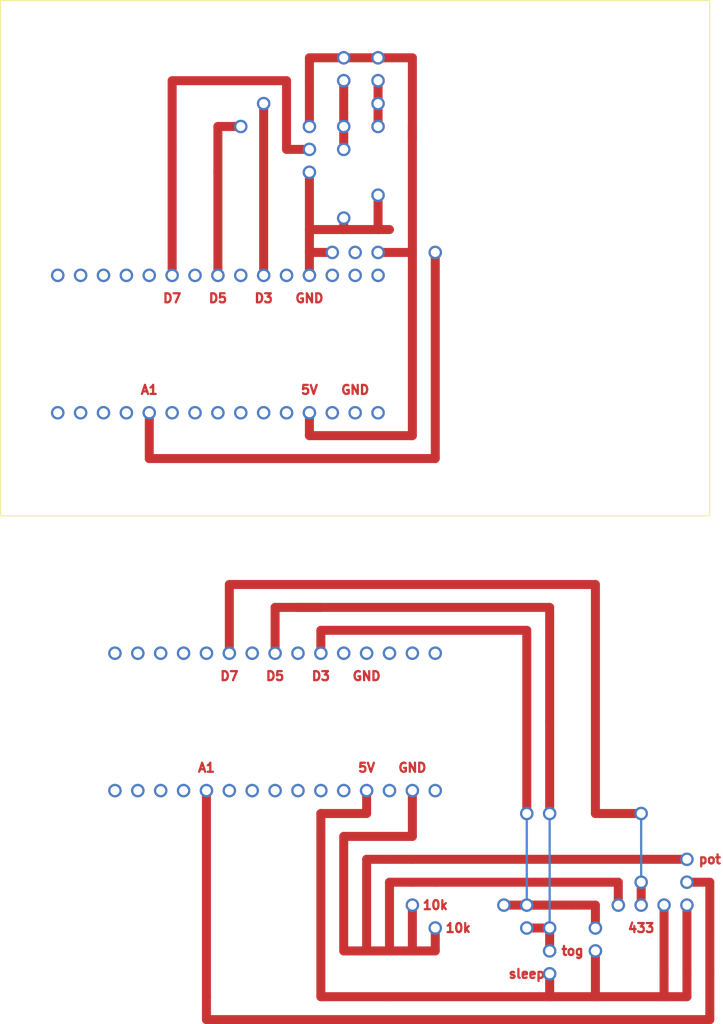
<source format=kicad_pcb>
(kicad_pcb (version 20171130) (host pcbnew 5.1.4)

  (general
    (thickness 1.6)
    (drawings 25)
    (tracks 216)
    (zones 0)
    (modules 0)
    (nets 1)
  )

  (page A4 portrait)
  (layers
    (0 F.Cu signal)
    (31 B.Cu signal)
    (32 B.Adhes user)
    (33 F.Adhes user)
    (34 B.Paste user)
    (35 F.Paste user)
    (36 B.SilkS user)
    (37 F.SilkS user)
    (38 B.Mask user)
    (39 F.Mask user)
    (40 Dwgs.User user)
    (41 Cmts.User user)
    (42 Eco1.User user)
    (43 Eco2.User user)
    (44 Edge.Cuts user)
    (45 Margin user)
    (46 B.CrtYd user)
    (47 F.CrtYd user)
    (48 B.Fab user)
    (49 F.Fab user)
  )

  (setup
    (last_trace_width 1)
    (user_trace_width 0.5)
    (user_trace_width 0.75)
    (user_trace_width 1)
    (trace_clearance 0.2)
    (zone_clearance 0.508)
    (zone_45_only no)
    (trace_min 0.2)
    (via_size 0.8)
    (via_drill 0.4)
    (via_min_size 0.4)
    (via_min_drill 0.3)
    (user_via 1.5 1)
    (uvia_size 0.3)
    (uvia_drill 0.1)
    (uvias_allowed no)
    (uvia_min_size 0.2)
    (uvia_min_drill 0.1)
    (edge_width 0.05)
    (segment_width 0.2)
    (pcb_text_width 0.3)
    (pcb_text_size 1.5 1.5)
    (mod_edge_width 0.12)
    (mod_text_size 1 1)
    (mod_text_width 0.15)
    (pad_size 1.524 1.524)
    (pad_drill 0.762)
    (pad_to_mask_clearance 0.051)
    (solder_mask_min_width 0.25)
    (aux_axis_origin 0 0)
    (visible_elements FFFFFF7F)
    (pcbplotparams
      (layerselection 0x010fc_ffffffff)
      (usegerberextensions false)
      (usegerberattributes false)
      (usegerberadvancedattributes false)
      (creategerberjobfile false)
      (excludeedgelayer true)
      (linewidth 0.100000)
      (plotframeref false)
      (viasonmask false)
      (mode 1)
      (useauxorigin false)
      (hpglpennumber 1)
      (hpglpenspeed 20)
      (hpglpendiameter 15.000000)
      (psnegative false)
      (psa4output false)
      (plotreference true)
      (plotvalue true)
      (plotinvisibletext false)
      (padsonsilk false)
      (subtractmaskfromsilk false)
      (outputformat 1)
      (mirror false)
      (drillshape 1)
      (scaleselection 1)
      (outputdirectory ""))
  )

  (net 0 "")

  (net_class Default "This is the default net class."
    (clearance 0.2)
    (trace_width 0.25)
    (via_dia 0.8)
    (via_drill 0.4)
    (uvia_dia 0.3)
    (uvia_drill 0.1)
  )

  (gr_text D3 (at 45.72 69.85) (layer F.Cu) (tstamp 5DC1B876)
    (effects (font (size 1 1) (thickness 0.25)))
  )
  (gr_text D5 (at 40.64 69.85) (layer F.Cu) (tstamp 5DC1B875)
    (effects (font (size 1 1) (thickness 0.25)))
  )
  (gr_text D7 (at 35.56 69.85) (layer F.Cu) (tstamp 5DC1B874)
    (effects (font (size 1 1) (thickness 0.25)))
  )
  (gr_text GND (at 55.88 80.01) (layer F.Cu) (tstamp 5DC1B872)
    (effects (font (size 1 1) (thickness 0.25)))
  )
  (gr_text 5V (at 50.8 80.01) (layer F.Cu) (tstamp 5DC1B871)
    (effects (font (size 1 1) (thickness 0.25)))
  )
  (gr_text A1 (at 33.02 80.01) (layer F.Cu) (tstamp 5DC1B870)
    (effects (font (size 1 1) (thickness 0.25)))
  )
  (gr_text GND (at 50.8 69.85) (layer F.Cu) (tstamp 5DC1B86F)
    (effects (font (size 1 1) (thickness 0.25)))
  )
  (gr_line (start 16.51 36.83) (end 17.78 36.83) (layer F.SilkS) (width 0.12) (tstamp 5DC1B7CD))
  (gr_line (start 16.51 93.98) (end 16.51 36.83) (layer F.SilkS) (width 0.12))
  (gr_line (start 95.25 93.98) (end 16.51 93.98) (layer F.SilkS) (width 0.12))
  (gr_line (start 95.25 36.83) (end 95.25 93.98) (layer F.SilkS) (width 0.12))
  (gr_line (start 17.78 36.83) (end 95.25 36.83) (layer F.SilkS) (width 0.12))
  (gr_text pot (at 95.25 132.08) (layer F.Cu)
    (effects (font (size 1 1) (thickness 0.25)))
  )
  (gr_text 433 (at 87.63 139.7) (layer F.Cu)
    (effects (font (size 1 1) (thickness 0.25)))
  )
  (gr_text sleep (at 74.93 144.78) (layer F.Cu)
    (effects (font (size 1 1) (thickness 0.25)))
  )
  (gr_text tog (at 80.01 142.24) (layer F.Cu)
    (effects (font (size 1 1) (thickness 0.25)))
  )
  (gr_text 10k (at 64.77 137.16) (layer F.Cu) (tstamp 5DB9EC41)
    (effects (font (size 1 1) (thickness 0.25)))
  )
  (gr_text 10k (at 67.31 139.7) (layer F.Cu)
    (effects (font (size 1 1) (thickness 0.25)))
  )
  (gr_text D7 (at 41.91 111.76) (layer F.Cu)
    (effects (font (size 1 1) (thickness 0.25)))
  )
  (gr_text D5 (at 46.99 111.76) (layer F.Cu)
    (effects (font (size 1 1) (thickness 0.25)))
  )
  (gr_text D3 (at 52.07 111.76) (layer F.Cu)
    (effects (font (size 1 1) (thickness 0.25)))
  )
  (gr_text GND (at 57.15 111.76) (layer F.Cu)
    (effects (font (size 1 1) (thickness 0.25)))
  )
  (gr_text A1 (at 39.37 121.92) (layer F.Cu)
    (effects (font (size 1 1) (thickness 0.25)))
  )
  (gr_text 5V (at 57.15 121.92) (layer F.Cu)
    (effects (font (size 1 1) (thickness 0.25)))
  )
  (gr_text GND (at 62.23 121.92) (layer F.Cu)
    (effects (font (size 1 1) (thickness 0.25)))
  )

  (via (at 29.21 109.22) (size 1.5) (drill 1) (layers F.Cu B.Cu) (net 0))
  (via (at 31.75 109.22) (size 1.5) (drill 1) (layers F.Cu B.Cu) (net 0))
  (via (at 34.29 109.22) (size 1.5) (drill 1) (layers F.Cu B.Cu) (net 0))
  (via (at 36.83 109.22) (size 1.5) (drill 1) (layers F.Cu B.Cu) (net 0))
  (via (at 39.37 109.22) (size 1.5) (drill 1) (layers F.Cu B.Cu) (net 0))
  (via (at 41.91 109.22) (size 1.5) (drill 1) (layers F.Cu B.Cu) (net 0))
  (via (at 44.45 109.22) (size 1.5) (drill 1) (layers F.Cu B.Cu) (net 0))
  (via (at 46.99 109.22) (size 1.5) (drill 1) (layers F.Cu B.Cu) (net 0))
  (via (at 49.53 109.22) (size 1.5) (drill 1) (layers F.Cu B.Cu) (net 0))
  (via (at 52.07 109.22) (size 1.5) (drill 1) (layers F.Cu B.Cu) (net 0))
  (via (at 54.61 109.22) (size 1.5) (drill 1) (layers F.Cu B.Cu) (net 0))
  (via (at 57.15 109.22) (size 1.5) (drill 1) (layers F.Cu B.Cu) (net 0))
  (via (at 59.69 109.22) (size 1.5) (drill 1) (layers F.Cu B.Cu) (net 0))
  (via (at 62.23 109.22) (size 1.5) (drill 1) (layers F.Cu B.Cu) (net 0))
  (via (at 64.77 109.22) (size 1.5) (drill 1) (layers F.Cu B.Cu) (net 0))
  (via (at 36.83 124.46) (size 1.5) (drill 1) (layers F.Cu B.Cu) (net 0) (tstamp 5DB9E4FF))
  (via (at 29.21 124.46) (size 1.5) (drill 1) (layers F.Cu B.Cu) (net 0) (tstamp 5DB9E500))
  (via (at 62.23 124.46) (size 1.5) (drill 1) (layers F.Cu B.Cu) (net 0) (tstamp 5DB9E501))
  (via (at 46.99 124.46) (size 1.5) (drill 1) (layers F.Cu B.Cu) (net 0) (tstamp 5DB9E502))
  (via (at 52.07 124.46) (size 1.5) (drill 1) (layers F.Cu B.Cu) (net 0) (tstamp 5DB9E503))
  (via (at 31.75 124.46) (size 1.5) (drill 1) (layers F.Cu B.Cu) (net 0) (tstamp 5DB9E504))
  (via (at 41.91 124.46) (size 1.5) (drill 1) (layers F.Cu B.Cu) (net 0) (tstamp 5DB9E505))
  (via (at 57.15 124.46) (size 1.5) (drill 1) (layers F.Cu B.Cu) (net 0) (tstamp 5DB9E506))
  (via (at 64.77 124.46) (size 1.5) (drill 1) (layers F.Cu B.Cu) (net 0) (tstamp 5DB9E507))
  (via (at 54.61 124.46) (size 1.5) (drill 1) (layers F.Cu B.Cu) (net 0) (tstamp 5DB9E508))
  (via (at 59.69 124.46) (size 1.5) (drill 1) (layers F.Cu B.Cu) (net 0) (tstamp 5DB9E509))
  (via (at 44.45 124.46) (size 1.5) (drill 1) (layers F.Cu B.Cu) (net 0) (tstamp 5DB9E50A))
  (via (at 34.29 124.46) (size 1.5) (drill 1) (layers F.Cu B.Cu) (net 0) (tstamp 5DB9E50B))
  (via (at 39.37 124.46) (size 1.5) (drill 1) (layers F.Cu B.Cu) (net 0) (tstamp 5DB9E50C))
  (segment (start 95.25 134.62) (end 95.25 139.7) (width 1) (layer F.Cu) (net 0))
  (segment (start 92.71 134.62) (end 95.25 134.62) (width 1) (layer F.Cu) (net 0))
  (segment (start 95.25 139.7) (end 95.25 144.78) (width 1) (layer F.Cu) (net 0))
  (segment (start 39.37 147.32) (end 39.37 124.46) (width 1) (layer F.Cu) (net 0))
  (segment (start 95.25 144.78) (end 95.25 149.86) (width 1) (layer F.Cu) (net 0))
  (via (at 92.71 134.62) (size 1.5) (drill 1) (layers F.Cu B.Cu) (net 0))
  (via (at 49.53 124.46) (size 1.5) (drill 1) (layers F.Cu B.Cu) (net 0) (tstamp 5DB9E50D))
  (segment (start 77.47 147.32) (end 77.47 144.78) (width 1) (layer F.Cu) (net 0))
  (segment (start 77.47 142.24) (end 77.47 142.24) (width 1) (layer F.Cu) (net 0))
  (segment (start 82.55 147.32) (end 82.55 142.24) (width 1) (layer F.Cu) (net 0))
  (segment (start 82.55 139.7) (end 82.55 139.7) (width 1) (layer F.Cu) (net 0))
  (segment (start 62.23 137.16) (end 62.23 137.16) (width 1) (layer F.Cu) (net 0))
  (segment (start 72.39 137.16) (end 72.39 137.16) (width 1) (layer F.Cu) (net 0) (tstamp 5DB9EC12))
  (via (at 72.39 137.16) (size 1.5) (drill 1) (layers F.Cu B.Cu) (net 0))
  (segment (start 62.23 137.16) (end 62.23 142.24) (width 1) (layer F.Cu) (net 0) (tstamp 5DB9EC14))
  (via (at 62.23 137.16) (size 1.5) (drill 1) (layers F.Cu B.Cu) (net 0))
  (segment (start 64.77 139.7) (end 64.77 139.7) (width 1) (layer F.Cu) (net 0) (tstamp 5DB9EC16))
  (via (at 64.77 139.7) (size 1.5) (drill 1) (layers F.Cu B.Cu) (net 0))
  (segment (start 74.93 139.7) (end 74.93 139.7) (width 1) (layer F.Cu) (net 0) (tstamp 5DB9EC18))
  (via (at 74.93 139.7) (size 1.5) (drill 1) (layers F.Cu B.Cu) (net 0))
  (via (at 77.47 142.24) (size 1.5) (drill 1) (layers F.Cu B.Cu) (net 0))
  (segment (start 77.47 144.78) (end 77.47 144.78) (width 1) (layer F.Cu) (net 0) (tstamp 5DB9EC1C))
  (via (at 77.47 144.78) (size 1.5) (drill 1) (layers F.Cu B.Cu) (net 0))
  (via (at 82.55 139.7) (size 1.5) (drill 1) (layers F.Cu B.Cu) (net 0))
  (segment (start 82.55 142.24) (end 82.55 142.24) (width 1) (layer F.Cu) (net 0) (tstamp 5DB9EC27))
  (via (at 82.55 142.24) (size 1.5) (drill 1) (layers F.Cu B.Cu) (net 0))
  (segment (start 74.93 137.16) (end 72.39 137.16) (width 1) (layer F.Cu) (net 0) (tstamp 5DB9EC73))
  (via (at 74.93 137.16) (size 1.5) (drill 1) (layers F.Cu B.Cu) (net 0))
  (segment (start 77.47 139.7) (end 74.93 139.7) (width 1) (layer F.Cu) (net 0) (tstamp 5DB9EC75))
  (via (at 77.47 139.7) (size 1.5) (drill 1) (layers F.Cu B.Cu) (net 0))
  (via (at 87.63 137.16) (size 1.5) (drill 1) (layers F.Cu B.Cu) (net 0))
  (segment (start 92.71 132.08) (end 92.71 132.08) (width 1) (layer F.Cu) (net 0))
  (segment (start 92.71 137.16) (end 92.71 137.16) (width 1) (layer F.Cu) (net 0) (tstamp 5DB9EE7C))
  (via (at 92.71 137.16) (size 1.5) (drill 1) (layers F.Cu B.Cu) (net 0))
  (via (at 92.71 132.08) (size 1.5) (drill 1) (layers F.Cu B.Cu) (net 0))
  (segment (start 92.71 132.08) (end 62.23 132.08) (width 1) (layer F.Cu) (net 0))
  (segment (start 80.01 137.16) (end 74.93 137.16) (width 1) (layer F.Cu) (net 0))
  (via (at 90.17 137.16) (size 1.5) (drill 1) (layers F.Cu B.Cu) (net 0))
  (segment (start 64.77 134.62) (end 85.078878 134.62) (width 1) (layer F.Cu) (net 0))
  (via (at 85.09 137.16) (size 1.5) (drill 1) (layers F.Cu B.Cu) (net 0))
  (segment (start 85.09 134.631122) (end 85.09 137.16) (width 1) (layer F.Cu) (net 0))
  (segment (start 85.078878 134.62) (end 85.09 134.631122) (width 1) (layer F.Cu) (net 0))
  (segment (start 90.17 144.78) (end 90.17 137.16) (width 1) (layer F.Cu) (net 0))
  (segment (start 77.47 137.16) (end 74.93 137.16) (width 1) (layer F.Cu) (net 0))
  (segment (start 77.47 116.84) (end 77.47 104.14) (width 1) (layer F.Cu) (net 0))
  (segment (start 46.99 104.14) (end 46.99 109.22) (width 1) (layer F.Cu) (net 0))
  (segment (start 92.71 144.78) (end 92.71 137.16) (width 1) (layer F.Cu) (net 0))
  (segment (start 92.71 147.32) (end 92.71 144.78) (width 1) (layer F.Cu) (net 0))
  (segment (start 90.17 147.32) (end 90.17 144.78) (width 1) (layer F.Cu) (net 0))
  (segment (start 90.17 147.32) (end 92.71 147.32) (width 1) (layer F.Cu) (net 0))
  (segment (start 77.47 147.32) (end 90.17 147.32) (width 1) (layer F.Cu) (net 0))
  (segment (start 62.23 132.08) (end 59.69 132.08) (width 1) (layer F.Cu) (net 0))
  (segment (start 64.77 134.62) (end 62.23 134.62) (width 1) (layer F.Cu) (net 0))
  (segment (start 59.69 132.08) (end 57.15 132.08) (width 1) (layer F.Cu) (net 0))
  (segment (start 57.15 132.08) (end 57.15 142.24) (width 1) (layer F.Cu) (net 0))
  (segment (start 59.69 142.24) (end 59.69 134.62) (width 1) (layer F.Cu) (net 0))
  (segment (start 59.69 134.62) (end 62.23 134.62) (width 1) (layer F.Cu) (net 0))
  (segment (start 77.47 139.7) (end 77.47 142.24) (width 1) (layer F.Cu) (net 0))
  (segment (start 82.55 139.7) (end 82.55 137.16) (width 1) (layer F.Cu) (net 0))
  (segment (start 82.55 137.16) (end 80.01 137.16) (width 1) (layer F.Cu) (net 0))
  (segment (start 77.47 104.14) (end 49.53 104.14) (width 1) (layer F.Cu) (net 0))
  (segment (start 59.69 147.32) (end 77.47 147.32) (width 1) (layer F.Cu) (net 0))
  (segment (start 52.07 129.54) (end 52.07 147.32) (width 1) (layer F.Cu) (net 0))
  (segment (start 52.07 147.32) (end 59.69 147.32) (width 1) (layer F.Cu) (net 0))
  (via (at 74.93 127) (size 1.5) (drill 1) (layers F.Cu B.Cu) (net 0))
  (via (at 77.47 127) (size 1.5) (drill 1) (layers F.Cu B.Cu) (net 0))
  (segment (start 87.63 137.16) (end 87.63 134.62) (width 1) (layer F.Cu) (net 0))
  (segment (start 77.47 127) (end 77.47 116.84) (width 1) (layer F.Cu) (net 0))
  (segment (start 87.63 134.62) (end 87.63 134.62) (width 1) (layer F.Cu) (net 0) (tstamp 5DB9FA8B))
  (via (at 87.63 134.62) (size 1.5) (drill 1) (layers F.Cu B.Cu) (net 0))
  (via (at 87.63 127) (size 1.5) (drill 1) (layers F.Cu B.Cu) (net 0))
  (segment (start 52.07 104.14) (end 49.53 104.14) (width 1) (layer F.Cu) (net 0))
  (segment (start 64.77 142.24) (end 64.77 139.7) (width 1) (layer F.Cu) (net 0))
  (segment (start 54.61 142.24) (end 64.77 142.24) (width 1) (layer F.Cu) (net 0))
  (segment (start 54.61 129.54) (end 54.61 142.24) (width 1) (layer F.Cu) (net 0))
  (segment (start 62.23 124.46) (end 62.23 129.54) (width 1) (layer F.Cu) (net 0))
  (segment (start 62.23 129.54) (end 54.61 129.54) (width 1) (layer F.Cu) (net 0))
  (segment (start 57.15 124.46) (end 57.15 127) (width 1) (layer F.Cu) (net 0))
  (segment (start 57.15 127) (end 52.07 127) (width 1) (layer F.Cu) (net 0))
  (segment (start 52.07 127) (end 52.07 129.54) (width 1) (layer F.Cu) (net 0))
  (segment (start 39.37 149.86) (end 39.37 147.32) (width 1) (layer F.Cu) (net 0))
  (segment (start 95.25 149.86) (end 39.37 149.86) (width 1) (layer F.Cu) (net 0))
  (segment (start 74.93 137.16) (end 74.93 127) (width 0.25) (layer B.Cu) (net 0))
  (segment (start 77.47 139.7) (end 77.47 127) (width 0.25) (layer B.Cu) (net 0))
  (segment (start 87.63 134.62) (end 87.63 127) (width 0.25) (layer B.Cu) (net 0))
  (segment (start 41.91 101.6) (end 41.91 109.22) (width 1) (layer F.Cu) (net 0))
  (segment (start 82.55 101.6) (end 41.91 101.6) (width 1) (layer F.Cu) (net 0))
  (segment (start 87.63 127) (end 82.55 127) (width 1) (layer F.Cu) (net 0))
  (segment (start 82.55 127) (end 82.55 101.6) (width 1) (layer F.Cu) (net 0))
  (segment (start 49.53 104.14) (end 46.99 104.14) (width 1) (layer F.Cu) (net 0))
  (segment (start 52.07 106.68) (end 52.07 109.22) (width 1) (layer F.Cu) (net 0))
  (segment (start 74.93 127) (end 74.93 106.68) (width 1) (layer F.Cu) (net 0))
  (segment (start 74.93 106.68) (end 52.07 106.68) (width 1) (layer F.Cu) (net 0))
  (via (at 40.64 67.31) (size 1.5) (drill 1) (layers F.Cu B.Cu) (net 0) (tstamp 5DC1B873))
  (via (at 43.18 67.31) (size 1.5) (drill 1) (layers F.Cu B.Cu) (net 0) (tstamp 5DC1B877))
  (via (at 30.48 67.31) (size 1.5) (drill 1) (layers F.Cu B.Cu) (net 0) (tstamp 5DC1B878))
  (via (at 25.4 67.31) (size 1.5) (drill 1) (layers F.Cu B.Cu) (net 0) (tstamp 5DC1B879))
  (via (at 55.88 67.31) (size 1.5) (drill 1) (layers F.Cu B.Cu) (net 0) (tstamp 5DC1B87A))
  (via (at 58.42 67.31) (size 1.5) (drill 1) (layers F.Cu B.Cu) (net 0) (tstamp 5DC1B87B))
  (via (at 30.48 82.55) (size 1.5) (drill 1) (layers F.Cu B.Cu) (net 0) (tstamp 5DC1B87C))
  (via (at 22.86 82.55) (size 1.5) (drill 1) (layers F.Cu B.Cu) (net 0) (tstamp 5DC1B87D))
  (via (at 22.86 67.31) (size 1.5) (drill 1) (layers F.Cu B.Cu) (net 0) (tstamp 5DC1B87E))
  (via (at 27.94 67.31) (size 1.5) (drill 1) (layers F.Cu B.Cu) (net 0) (tstamp 5DC1B87F))
  (via (at 27.94 82.55) (size 1.5) (drill 1) (layers F.Cu B.Cu) (net 0) (tstamp 5DC1B880))
  (via (at 33.02 82.55) (size 1.5) (drill 1) (layers F.Cu B.Cu) (net 0) (tstamp 5DC1B881))
  (via (at 35.56 67.31) (size 1.5) (drill 1) (layers F.Cu B.Cu) (net 0) (tstamp 5DC1B882))
  (via (at 38.1 67.31) (size 1.5) (drill 1) (layers F.Cu B.Cu) (net 0) (tstamp 5DC1B883))
  (via (at 33.02 67.31) (size 1.5) (drill 1) (layers F.Cu B.Cu) (net 0) (tstamp 5DC1B884))
  (via (at 45.72 67.31) (size 1.5) (drill 1) (layers F.Cu B.Cu) (net 0) (tstamp 5DC1B885))
  (via (at 48.26 67.31) (size 1.5) (drill 1) (layers F.Cu B.Cu) (net 0) (tstamp 5DC1B886))
  (via (at 50.8 67.31) (size 1.5) (drill 1) (layers F.Cu B.Cu) (net 0) (tstamp 5DC1B887))
  (via (at 53.34 67.31) (size 1.5) (drill 1) (layers F.Cu B.Cu) (net 0) (tstamp 5DC1B888))
  (via (at 35.56 82.55) (size 1.5) (drill 1) (layers F.Cu B.Cu) (net 0) (tstamp 5DC1B889))
  (via (at 43.18 82.55) (size 1.5) (drill 1) (layers F.Cu B.Cu) (net 0) (tstamp 5DC1B88A))
  (via (at 50.8 82.55) (size 1.5) (drill 1) (layers F.Cu B.Cu) (net 0) (tstamp 5DC1B88B))
  (via (at 58.42 82.55) (size 1.5) (drill 1) (layers F.Cu B.Cu) (net 0) (tstamp 5DC1B88C))
  (via (at 48.26 82.55) (size 1.5) (drill 1) (layers F.Cu B.Cu) (net 0) (tstamp 5DC1B88D))
  (via (at 53.34 82.55) (size 1.5) (drill 1) (layers F.Cu B.Cu) (net 0) (tstamp 5DC1B88E))
  (via (at 38.1 82.55) (size 1.5) (drill 1) (layers F.Cu B.Cu) (net 0) (tstamp 5DC1B88F))
  (via (at 55.88 82.55) (size 1.5) (drill 1) (layers F.Cu B.Cu) (net 0) (tstamp 5DC1B890))
  (via (at 40.64 82.55) (size 1.5) (drill 1) (layers F.Cu B.Cu) (net 0) (tstamp 5DC1B891))
  (via (at 45.72 82.55) (size 1.5) (drill 1) (layers F.Cu B.Cu) (net 0) (tstamp 5DC1B892))
  (via (at 25.4 82.55) (size 1.5) (drill 1) (layers F.Cu B.Cu) (net 0) (tstamp 5DC1B893))
  (segment (start 50.8 82.55) (end 50.8 85.09) (width 1) (layer F.Cu) (net 0))
  (segment (start 50.8 85.09) (end 62.23 85.09) (width 1) (layer F.Cu) (net 0))
  (segment (start 58.42 62.23) (end 59.69 62.23) (width 1) (layer F.Cu) (net 0))
  (segment (start 54.61 62.23) (end 58.42 62.23) (width 1) (layer F.Cu) (net 0))
  (segment (start 50.8 62.23) (end 54.61 62.23) (width 1) (layer F.Cu) (net 0))
  (segment (start 50.8 50.8) (end 50.8 50.8) (width 1) (layer F.Cu) (net 0) (tstamp 5DC1B934))
  (via (at 50.8 50.8) (size 1.5) (drill 1) (layers F.Cu B.Cu) (net 0))
  (via (at 50.8 53.34) (size 1.5) (drill 1) (layers F.Cu B.Cu) (net 0))
  (via (at 50.8 55.88) (size 1.5) (drill 1) (layers F.Cu B.Cu) (net 0))
  (via (at 54.61 50.8) (size 1.5) (drill 1) (layers F.Cu B.Cu) (net 0))
  (via (at 58.42 48.26) (size 1.5) (drill 1) (layers F.Cu B.Cu) (net 0))
  (segment (start 58.42 62.23) (end 58.42 58.42) (width 1) (layer F.Cu) (net 0))
  (via (at 45.72 48.26) (size 1.5) (drill 1) (layers F.Cu B.Cu) (net 0))
  (via (at 43.18 50.8) (size 1.5) (drill 1) (layers F.Cu B.Cu) (net 0))
  (segment (start 54.61 50.8) (end 54.61 52.07) (width 1) (layer F.Cu) (net 0))
  (segment (start 58.42 48.26) (end 58.42 49.53) (width 1) (layer F.Cu) (net 0))
  (via (at 54.61 53.34) (size 1.5) (drill 1) (layers F.Cu B.Cu) (net 0))
  (via (at 58.42 50.8) (size 1.5) (drill 1) (layers F.Cu B.Cu) (net 0))
  (segment (start 54.61 53.34) (end 54.61 52.07) (width 1) (layer F.Cu) (net 0))
  (segment (start 58.42 50.8) (end 58.42 49.53) (width 1) (layer F.Cu) (net 0))
  (via (at 54.61 60.96) (size 1.5) (drill 1) (layers F.Cu B.Cu) (net 0))
  (via (at 58.42 58.42) (size 1.5) (drill 1) (layers F.Cu B.Cu) (net 0))
  (segment (start 50.8 55.88) (end 50.8 62.23) (width 1) (layer F.Cu) (net 0))
  (segment (start 54.61 60.96) (end 54.61 62.23) (width 1) (layer F.Cu) (net 0))
  (segment (start 62.23 64.77) (end 58.42 64.77) (width 1) (layer F.Cu) (net 0))
  (segment (start 62.23 85.09) (end 62.23 64.77) (width 1) (layer F.Cu) (net 0))
  (segment (start 58.42 64.77) (end 58.42 64.77) (width 1) (layer F.Cu) (net 0) (tstamp 5DC1BC93))
  (via (at 58.42 64.77) (size 1.5) (drill 1) (layers F.Cu B.Cu) (net 0))
  (via (at 55.88 64.77) (size 1.5) (drill 1) (layers F.Cu B.Cu) (net 0))
  (via (at 53.34 64.77) (size 1.5) (drill 1) (layers F.Cu B.Cu) (net 0))
  (segment (start 53.34 64.77) (end 50.8 64.77) (width 1) (layer F.Cu) (net 0))
  (segment (start 50.8 67.31) (end 50.8 64.77) (width 1) (layer F.Cu) (net 0))
  (segment (start 50.8 64.77) (end 50.8 62.23) (width 1) (layer F.Cu) (net 0))
  (via (at 64.77 64.77) (size 1.5) (drill 1) (layers F.Cu B.Cu) (net 0))
  (segment (start 64.77 64.77) (end 64.77 87.63) (width 1) (layer F.Cu) (net 0))
  (segment (start 64.77 87.63) (end 33.02 87.63) (width 1) (layer F.Cu) (net 0))
  (segment (start 33.02 87.63) (end 33.02 82.55) (width 1) (layer F.Cu) (net 0))
  (segment (start 62.23 64.77) (end 62.23 52.07) (width 1) (layer F.Cu) (net 0))
  (segment (start 62.23 52.07) (end 62.23 50.8) (width 1) (layer F.Cu) (net 0))
  (segment (start 40.64 55.88) (end 40.64 67.31) (width 1) (layer F.Cu) (net 0))
  (segment (start 45.72 48.26) (end 45.72 67.31) (width 1) (layer F.Cu) (net 0))
  (segment (start 50.8 50.8) (end 50.8 45.72) (width 1) (layer F.Cu) (net 0))
  (segment (start 58.42 45.72) (end 58.42 45.72) (width 1) (layer F.Cu) (net 0))
  (segment (start 58.42 43.18) (end 58.42 43.18) (width 1) (layer F.Cu) (net 0))
  (segment (start 54.61 45.72) (end 54.61 45.72) (width 1) (layer F.Cu) (net 0))
  (segment (start 54.61 43.18) (end 58.42 43.18) (width 1) (layer F.Cu) (net 0))
  (segment (start 50.8 43.18) (end 54.61 43.18) (width 1) (layer F.Cu) (net 0))
  (segment (start 35.56 53.34) (end 35.56 67.31) (width 1) (layer F.Cu) (net 0))
  (segment (start 35.56 45.72) (end 35.56 53.34) (width 1) (layer F.Cu) (net 0))
  (segment (start 48.26 45.72) (end 35.56 45.72) (width 1) (layer F.Cu) (net 0))
  (segment (start 50.8 53.34) (end 48.26 53.34) (width 1) (layer F.Cu) (net 0))
  (segment (start 48.26 53.34) (end 48.26 45.72) (width 1) (layer F.Cu) (net 0))
  (segment (start 43.18 50.8) (end 40.64 50.8) (width 1) (layer F.Cu) (net 0))
  (segment (start 40.64 50.8) (end 40.64 55.88) (width 1) (layer F.Cu) (net 0))
  (segment (start 58.42 45.72) (end 58.42 48.26) (width 1) (layer F.Cu) (net 0) (tstamp 5DC1BDB3))
  (via (at 58.42 45.72) (size 1.5) (drill 1) (layers F.Cu B.Cu) (net 0))
  (via (at 58.42 43.18) (size 1.5) (drill 1) (layers F.Cu B.Cu) (net 0))
  (segment (start 54.61 43.18) (end 54.61 43.18) (width 1) (layer F.Cu) (net 0) (tstamp 5DC1BDB7))
  (via (at 54.61 43.18) (size 1.5) (drill 1) (layers F.Cu B.Cu) (net 0))
  (segment (start 54.61 45.72) (end 54.61 50.8) (width 1) (layer F.Cu) (net 0) (tstamp 5DC1BDB9))
  (via (at 54.61 45.72) (size 1.5) (drill 1) (layers F.Cu B.Cu) (net 0))
  (segment (start 50.8 43.18) (end 50.8 45.72) (width 1) (layer F.Cu) (net 0))
  (segment (start 62.23 43.18) (end 58.42 43.18) (width 1) (layer F.Cu) (net 0))
  (segment (start 62.23 52.07) (end 62.23 43.18) (width 1) (layer F.Cu) (net 0))

)

</source>
